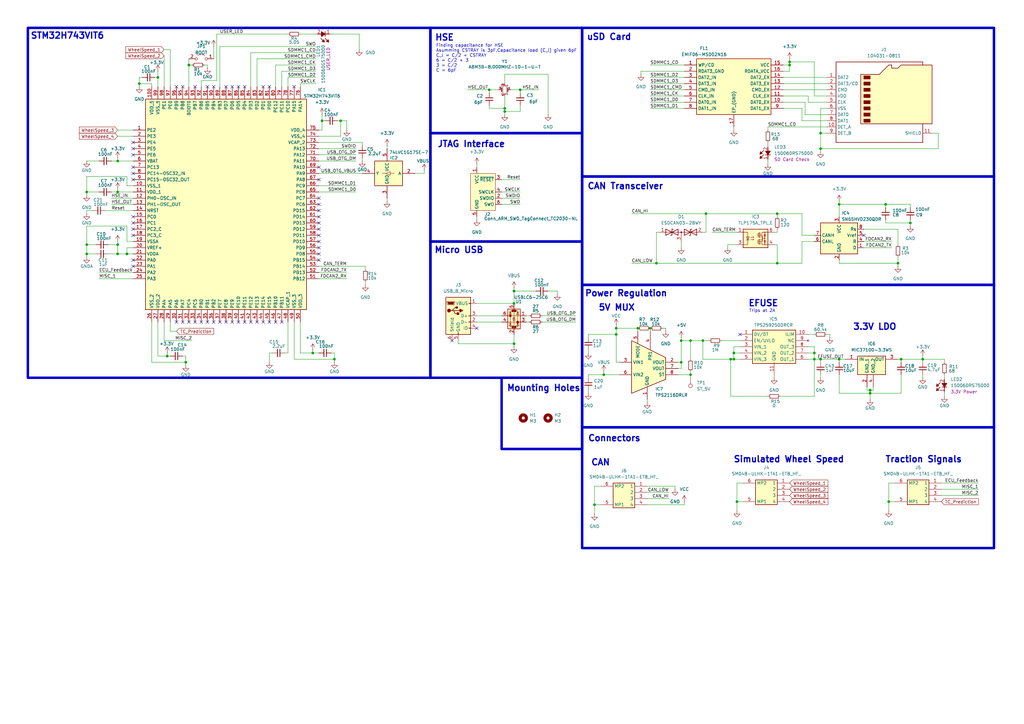
<source format=kicad_sch>
(kicad_sch (version 20250114) (generator "eeschema") (generator_version "9.0")
  (paper "A3")
  (title_block (title "SDM26 Nondimensional Traction Controll Module") (rev "V1.0"))
  (rectangle (start 176.53 54.61) (end 238.76 99.06) (stroke (width 1.016)))
  (rectangle (start 205.74 154.94) (end 238.76 184.15) (stroke (width 1.016)))
  (rectangle (start 176.53 99.06) (end 238.76 154.94) (stroke (width 1.016)))
  (rectangle (start 11.43 11.43) (end 176.53 154.94) (stroke (width 1.016)))
  (rectangle (start 238.76 72.39) (end 407.67 116.84) (stroke (width 1.016)))
  (rectangle (start 238.76 11.43) (end 407.67 72.39) (stroke (width 1.016)))
  (rectangle (start 238.76 116.84) (end 407.67 175.26) (stroke (width 1.016)))
  (rectangle (start 238.76 175.26) (end 407.67 224.79) (stroke (width 1.016)))
  (rectangle (start 176.53 11.43) (end 238.76 54.61) (stroke (width 1.016)))
  (text "HSE" (at 178.308 17.018 0) (effects (font (size 2.54 2.54) (thickness 0.512) (bold yes)) (justify left bottom)))
  (text "Power Regulation" (at 239.776 121.92 0) (effects (font (size 2.54 2.54) (thickness 0.512) (bold yes)) (justify left bottom)))
  (text "Traction Signals" (at 362.966 189.992 0) (effects (font (size 2.54 2.54) (thickness 0.512) (bold yes)) (justify left bottom)))
  (text "EFUSE" (at 306.832 125.984 0) (effects (font (size 2.54 2.54) (thickness 0.512) (bold yes)) (justify left bottom)))
  (text "Mounting Holes" (at 207.772 160.782 0) (effects (font (size 2.56 2.56) (thickness 0.512) (bold yes)) (justify left bottom)))
  (text "Simulated Wheel Speed" (at 300.736 189.992 0) (effects (font (size 2.54 2.54) (thickness 0.512) (bold yes)) (justify left bottom)))
  (text "STM32H743VIT6" (at 12.446 16.256 0) (effects (font (size 2.54 2.54) (thickness 0.512) (bold yes)) (justify left bottom)))
  (text "uSD Card" (at 240.538 16.764 0) (effects (font (size 2.54 2.54) (thickness 0.512) (bold yes)) (justify left bottom)))
  (text "CAN" (at 242.316 191.262 0) (effects (font (size 2.54 2.54) (thickness 0.512) (bold yes)) (justify left bottom)))
  (text "Trips at 2A" (at 318.008 128.27 0) (effects (font (size 1.27 1.27)) (justify right bottom)))
  (text "CAN Transceiver" (at 240.792 77.978 0) (effects (font (size 2.54 2.54) (thickness 0.512) (bold yes)) (justify left bottom)))
  (text "JTAG Interface" (at 179.324 60.706 0) (effects (font (size 2.54 2.54) (thickness 0.512) (bold yes)) (justify left bottom)))
  (text "3.3V LDO" (at 349.758 135.636 0) (effects (font (size 2.54 2.54) (thickness 0.512) (bold yes)) (justify left bottom)))
  (text "5V MUX" (at 245.364 127.762 0) (effects (font (size 2.54 2.54) (thickness 0.512) (bold yes)) (justify left bottom)))
  (text "Finding capacitance for HSE \nAsumming CSTRAY is 3pF,Capacitance load (C_l) given 6pF\nC_l = C/2 + CSTRAY\n6 = C/2 + 3\n3 = C/2\nC = 6pF" (at 178.816 18.034 0) (effects (font (size 1.27 1.27)) (justify left top)))
  (text "Connectors" (at 241.046 181.356 0) (effects (font (size 2.54 2.54) (thickness 0.512) (bold yes)) (justify left bottom)))
  (text "Micro USB" (at 178.054 104.14 0) (effects (font (size 2.54 2.54) (thickness 0.512) (bold yes)) (justify left bottom)))
  (junction (at 132.08 49.53))
  (junction (at 137.16 147.32))
  (junction (at 356.87 160.02))
  (junction (at 64.77 31.75))
  (junction (at 300.99 144.78))
  (junction (at 368.3 107.95))
  (junction (at 364.49 205.74))
  (junction (at 369.57 147.32))
  (junction (at 279.4 148.59))
  (junction (at 336.55 60.96))
  (junction (at 213.36 36.83))
  (junction (at 76.2 148.59))
  (junction (at 139.7 49.53))
  (junction (at 299.72 147.32))
  (junction (at 77.47 26.67))
  (junction (at 128.27 144.78))
  (junction (at 35.56 78.74))
  (junction (at 283.21 139.7))
  (junction (at 48.26 66.04))
  (junction (at 252.73 137.16))
  (junction (at 57.15 34.29))
  (junction (at 302.26 205.74))
  (junction (at 334.01 144.78))
  (junction (at 35.56 100.33))
  (junction (at 48.26 78.74))
  (junction (at 373.38 91.44))
  (junction (at 252.73 134.62))
  (junction (at 207.01 45.72))
  (junction (at 318.77 107.95))
  (junction (at 344.17 147.32))
  (junction (at 300.99 147.32))
  (junction (at 344.17 83.82))
  (junction (at 68.58 146.05))
  (junction (at 318.77 87.63))
  (junction (at 334.01 147.32))
  (junction (at 336.55 147.32))
  (junction (at 200.66 36.83))
  (junction (at 279.4 139.7))
  (junction (at 289.56 87.63))
  (junction (at 35.56 104.14))
  (junction (at 269.24 107.95))
  (junction (at 247.65 153.67))
  (junction (at 210.82 124.46))
  (junction (at 266.7 134.62))
  (junction (at 283.21 153.67))
  (junction (at 210.82 119.38))
  (junction (at 48.26 104.14))
  (junction (at 52.07 104.14))
  (junction (at 48.26 100.33))
  (junction (at 378.46 147.32))
  (junction (at 336.55 54.61))
  (junction (at 363.22 83.82))
  (junction (at 207.01 44.45))
  (junction (at 356.87 161.29))
  (junction (at 323.85 26.67))
  (junction (at 288.29 139.7))
  (junction (at 210.82 140.97))
  (junction (at 243.84 207.01))
  (junction (at 261.62 134.62))
  (junction (at 323.85 25.4))
  (no_connect (at 92.71 132.08))
  (no_connect (at 87.63 35.56))
  (no_connect (at 130.81 104.14))
  (no_connect (at 54.61 96.52))
  (no_connect (at 100.33 35.56))
  (no_connect (at 130.81 81.28))
  (no_connect (at 130.81 88.9))
  (no_connect (at 54.61 88.9))
  (no_connect (at 130.81 96.52))
  (no_connect (at 72.39 35.56))
  (no_connect (at 54.61 73.66))
  (no_connect (at 54.61 71.12))
  (no_connect (at 110.49 132.08))
  (no_connect (at 100.33 132.08))
  (no_connect (at 102.87 132.08))
  (no_connect (at 54.61 60.96))
  (no_connect (at 130.81 99.06))
  (no_connect (at 303.53 137.16))
  (no_connect (at 110.49 35.56))
  (no_connect (at 54.61 58.42))
  (no_connect (at 85.09 132.08))
  (no_connect (at 130.81 91.44))
  (no_connect (at 354.33 96.52))
  (no_connect (at 87.63 132.08))
  (no_connect (at 54.61 68.58))
  (no_connect (at 130.81 86.36))
  (no_connect (at 130.81 83.82))
  (no_connect (at 95.25 35.56))
  (no_connect (at 130.81 68.58))
  (no_connect (at 92.71 35.56))
  (no_connect (at 130.81 106.68))
  (no_connect (at 120.65 35.56))
  (no_connect (at 115.57 132.08))
  (no_connect (at 105.41 132.08))
  (no_connect (at 82.55 132.08))
  (no_connect (at 97.79 132.08))
  (no_connect (at 54.61 91.44))
  (no_connect (at 195.58 134.62))
  (no_connect (at 130.81 93.98))
  (no_connect (at 130.81 73.66))
  (no_connect (at 54.61 109.22))
  (no_connect (at 185.42 139.7))
  (no_connect (at 95.25 132.08))
  (no_connect (at 74.93 132.08))
  (no_connect (at 130.81 101.6))
  (no_connect (at 113.03 132.08))
  (no_connect (at 85.09 35.56))
  (no_connect (at 80.01 35.56))
  (no_connect (at 74.93 35.56))
  (no_connect (at 97.79 35.56))
  (no_connect (at 107.95 35.56))
  (no_connect (at 54.61 63.5))
  (no_connect (at 80.01 132.08))
  (no_connect (at 72.39 132.08))
  (no_connect (at 90.17 132.08))
  (no_connect (at 77.47 132.08))
  (no_connect (at 54.61 106.68))
  (no_connect (at 107.95 132.08))
  (no_connect (at 54.61 93.98))
  (wire (pts (xy 278.13 153.67) (xy 283.21 153.67)))
  (wire (pts (xy 276.86 199.39) (xy 276.86 200.66)))
  (wire (pts (xy 113.03 26.67) (xy 129.54 26.67)))
  (wire (pts (xy 344.17 107.95) (xy 368.3 107.95)))
  (wire (pts (xy 48.26 100.33) (xy 48.26 104.14)))
  (wire (pts (xy 344.17 147.32) (xy 344.17 148.59)))
  (wire (pts (xy 314.96 52.07) (xy 314.96 53.34)))
  (wire (pts (xy 265.43 207.01) (xy 280.67 207.01)))
  (wire (pts (xy 69.85 135.89) (xy 72.39 135.89)))
  (wire (pts (xy 243.84 199.39) (xy 243.84 207.01)))
  (wire (pts (xy 356.87 161.29) (xy 356.87 163.83)))
  (wire (pts (xy 228.6 119.38) (xy 228.6 120.65)))
  (wire (pts (xy 262.89 29.21) (xy 262.89 30.48)))
  (wire (pts (xy 314.96 66.04) (xy 314.96 67.31)))
  (wire (pts (xy 135.89 13.97) (xy 147.32 13.97)))
  (wire (pts (xy 129.54 13.97) (xy 123.19 13.97)))
  (wire (pts (xy 300.99 142.24) (xy 303.53 142.24)))
  (wire (pts (xy 363.22 83.82) (xy 363.22 85.09)))
  (wire (pts (xy 48.26 104.14) (xy 52.07 104.14)))
  (wire (pts (xy 314.96 52.07) (xy 339.09 52.07)))
  (wire (pts (xy 241.3 160.02) (xy 241.3 161.29)))
  (wire (pts (xy 378.46 147.32) (xy 387.35 147.32)))
  (wire (pts (xy 299.72 162.56) (xy 314.96 162.56)))
  (wire (pts (xy 334.01 39.37) (xy 334.01 25.4)))
  (wire (pts (xy 269.24 107.95) (xy 318.77 107.95)))
  (wire (pts (xy 289.56 87.63) (xy 318.77 87.63)))
  (wire (pts (xy 35.56 86.36) (xy 38.1 86.36)))
  (wire (pts (xy 328.93 87.63) (xy 328.93 96.52)))
  (wire (pts (xy 288.29 139.7) (xy 290.83 139.7)))
  (wire (pts (xy 35.56 104.14) (xy 35.56 105.41)))
  (wire (pts (xy 82.55 33.02) (xy 88.9 33.02)))
  (wire (pts (xy 289.56 87.63) (xy 289.56 95.25)))
  (wire (pts (xy 45.72 66.04) (xy 48.26 66.04)))
  (wire (pts (xy 200.66 36.83) (xy 204.47 36.83)))
  (wire (pts (xy 64.77 146.05) (xy 68.58 146.05)))
  (wire (pts (xy 158.75 59.69) (xy 158.75 60.96)))
  (wire (pts (xy 266.7 36.83) (xy 280.67 36.83)))
  (wire (pts (xy 76.2 148.59) (xy 76.2 149.86)))
  (wire (pts (xy 48.26 53.34) (xy 54.61 53.34)))
  (wire (pts (xy 279.4 139.7) (xy 283.21 139.7)))
  (wire (pts (xy 57.15 31.75) (xy 57.15 34.29)))
  (wire (pts (xy 205.74 78.74) (xy 213.36 78.74)))
  (wire (pts (xy 270.51 95.25) (xy 269.24 95.25)))
  (wire (pts (xy 283.21 139.7) (xy 288.29 139.7)))
  (wire (pts (xy 45.72 78.74) (xy 48.26 78.74)))
  (wire (pts (xy 344.17 161.29) (xy 356.87 161.29)))
  (wire (pts (xy 318.77 87.63) (xy 318.77 88.9)))
  (wire (pts (xy 224.79 30.48) (xy 224.79 46.99)))
  (wire (pts (xy 280.67 207.01) (xy 280.67 205.74)))
  (wire (pts (xy 318.77 107.95) (xy 318.77 100.33)))
  (wire (pts (xy 331.47 144.78) (xy 334.01 144.78)))
  (wire (pts (xy 48.26 55.88) (xy 54.61 55.88)))
  (wire (pts (xy 299.72 147.32) (xy 300.99 147.32)))
  (wire (pts (xy 132.08 49.53) (xy 133.35 49.53)))
  (wire (pts (xy 105.41 24.13) (xy 129.54 24.13)))
  (wire (pts (xy 120.65 132.08) (xy 120.65 147.32)))
  (wire (pts (xy 387.35 154.94) (xy 387.35 153.67)))
  (wire (pts (xy 102.87 21.59) (xy 129.54 21.59)))
  (wire (pts (xy 62.23 148.59) (xy 76.2 148.59)))
  (wire (pts (xy 35.56 92.71) (xy 35.56 100.33)))
  (wire (pts (xy 200.66 43.18) (xy 200.66 44.45)))
  (wire (pts (xy 130.81 58.42) (xy 148.59 58.42)))
  (wire (pts (xy 300.99 52.07) (xy 300.99 53.34)))
  (wire (pts (xy 241.3 137.16) (xy 252.73 137.16)))
  (wire (pts (xy 67.31 22.86) (xy 67.31 35.56)))
  (wire (pts (xy 118.11 35.56) (xy 118.11 31.75)))
  (wire (pts (xy 321.31 36.83) (xy 339.09 36.83)))
  (wire (pts (xy 336.55 147.32) (xy 344.17 147.32)))
  (wire (pts (xy 339.09 44.45) (xy 336.55 44.45)))
  (wire (pts (xy 210.82 119.38) (xy 219.71 119.38)))
  (wire (pts (xy 209.55 36.83) (xy 213.36 36.83)))
  (wire (pts (xy 368.3 105.41) (xy 368.3 107.95)))
  (wire (pts (xy 52.07 99.06) (xy 52.07 92.71)))
  (wire (pts (xy 304.8 198.12) (xy 302.26 198.12)))
  (wire (pts (xy 54.61 99.06) (xy 52.07 99.06)))
  (wire (pts (xy 62.23 132.08) (xy 62.23 148.59)))
  (wire (pts (xy 207.01 44.45) (xy 207.01 45.72)))
  (wire (pts (xy 259.08 107.95) (xy 269.24 107.95)))
  (wire (pts (xy 69.85 132.08) (xy 69.85 135.89)))
  (wire (pts (xy 52.07 76.2) (xy 52.07 72.39)))
  (wire (pts (xy 130.81 78.74) (xy 146.05 78.74)))
  (wire (pts (xy 130.81 76.2) (xy 146.05 76.2)))
  (wire (pts (xy 334.01 144.78) (xy 334.01 147.32)))
  (wire (pts (xy 207.01 30.48) (xy 224.79 30.48)))
  (wire (pts (xy 123.19 35.56) (xy 123.19 34.29)))
  (wire (pts (xy 48.26 66.04) (xy 48.26 64.77)))
  (wire (pts (xy 130.81 111.76) (xy 142.24 111.76)))
  (wire (pts (xy 378.46 153.67) (xy 378.46 154.94)))
  (wire (pts (xy 137.16 148.59) (xy 137.16 147.32)))
  (wire (pts (xy 386.08 200.66) (xy 401.32 200.66)))
  (wire (pts (xy 35.56 78.74) (xy 35.56 80.01)))
  (wire (pts (xy 278.13 151.13) (xy 279.4 151.13)))
  (wire (pts (xy 187.96 140.97) (xy 210.82 140.97)))
  (wire (pts (xy 187.96 139.7) (xy 187.96 140.97)))
  (wire (pts (xy 266.7 31.75) (xy 280.67 31.75)))
  (wire (pts (xy 299.72 147.32) (xy 299.72 162.56)))
  (wire (pts (xy 283.21 139.7) (xy 283.21 147.32)))
  (wire (pts (xy 210.82 124.46) (xy 210.82 119.38)))
  (wire (pts (xy 137.16 147.32) (xy 120.65 147.32)))
  (wire (pts (xy 207.01 45.72) (xy 213.36 45.72)))
  (wire (pts (xy 139.7 49.53) (xy 142.24 49.53)))
  (wire (pts (xy 149.86 115.57) (xy 149.86 116.84)))
  (wire (pts (xy 77.47 26.67) (xy 77.47 35.56)))
  (wire (pts (xy 280.67 29.21) (xy 262.89 29.21)))
  (wire (pts (xy 344.17 83.82) (xy 363.22 83.82)))
  (wire (pts (xy 147.32 13.97) (xy 147.32 20.32)))
  (wire (pts (xy 378.46 147.32) (xy 378.46 148.59)))
  (wire (pts (xy 328.93 44.45) (xy 328.93 49.53)))
  (wire (pts (xy 298.45 101.6) (xy 298.45 100.33)))
  (wire (pts (xy 369.57 147.32) (xy 378.46 147.32)))
  (wire (pts (xy 123.19 132.08) (xy 123.19 144.78)))
  (wire (pts (xy 356.87 160.02) (xy 356.87 161.29)))
  (wire (pts (xy 116.84 144.78) (xy 118.11 144.78)))
  (wire (pts (xy 288.29 95.25) (xy 289.56 95.25)))
  (wire (pts (xy 369.57 147.32) (xy 369.57 148.59)))
  (wire (pts (xy 195.58 124.46) (xy 210.82 124.46)))
  (wire (pts (xy 344.17 82.55) (xy 344.17 83.82)))
  (wire (pts (xy 355.6 158.75) (xy 355.6 160.02)))
  (wire (pts (xy 384.81 54.61) (xy 384.81 60.96)))
  (wire (pts (xy 128.27 144.78) (xy 130.81 144.78)))
  (wire (pts (xy 69.85 35.56) (xy 69.85 20.32)))
  (wire (pts (xy 340.36 137.16) (xy 340.36 138.43)))
  (wire (pts (xy 82.55 35.56) (xy 82.55 33.02)))
  (wire (pts (xy 336.55 147.32) (xy 336.55 148.59)))
  (wire (pts (xy 344.17 147.32) (xy 346.71 147.32)))
  (wire (pts (xy 74.93 146.05) (xy 76.2 146.05)))
  (wire (pts (xy 110.49 144.78) (xy 111.76 144.78)))
  (wire (pts (xy 54.61 76.2) (xy 52.07 76.2)))
  (wire (pts (xy 363.22 91.44) (xy 373.38 91.44)))
  (wire (pts (xy 369.57 153.67) (xy 369.57 161.29)))
  (wire (pts (xy 45.72 83.82) (xy 54.61 83.82)))
  (wire (pts (xy 207.01 45.72) (xy 207.01 46.99)))
  (wire (pts (xy 213.36 38.1) (xy 213.36 36.83)))
  (wire (pts (xy 68.58 146.05) (xy 69.85 146.05)))
  (wire (pts (xy 130.81 60.96) (xy 146.05 60.96)))
  (wire (pts (xy 330.2 46.99) (xy 339.09 46.99)))
  (wire (pts (xy 85.09 26.67) (xy 85.09 27.94)))
  (wire (pts (xy 115.57 29.21) (xy 129.54 29.21)))
  (wire (pts (xy 283.21 154.94) (xy 283.21 153.67)))
  (wire (pts (xy 252.73 134.62) (xy 252.73 137.16)))
  (wire (pts (xy 213.36 43.18) (xy 213.36 45.72)))
  (wire (pts (xy 373.38 90.17) (xy 373.38 91.44)))
  (wire (pts (xy 300.99 144.78) (xy 300.99 142.24)))
  (wire (pts (xy 336.55 54.61) (xy 336.55 60.96)))
  (wire (pts (xy 356.87 160.02) (xy 358.14 160.02)))
  (wire (pts (xy 328.93 99.06) (xy 334.01 99.06)))
  (wire (pts (xy 43.18 86.36) (xy 54.61 86.36)))
  (wire (pts (xy 205.74 83.82) (xy 213.36 83.82)))
  (wire (pts (xy 132.08 46.99) (xy 132.08 49.53)))
  (wire (pts (xy 331.47 142.24) (xy 334.01 142.24)))
  (wire (pts (xy 288.29 139.7) (xy 288.29 147.32)))
  (wire (pts (xy 330.2 41.91) (xy 330.2 46.99)))
  (wire (pts (xy 213.36 36.83) (xy 220.98 36.83)))
  (wire (pts (xy 130.81 71.12) (xy 148.59 71.12)))
  (wire (pts (xy 339.09 137.16) (xy 340.36 137.16)))
  (wire (pts (xy 130.81 114.3) (xy 142.24 114.3)))
  (wire (pts (xy 336.55 44.45) (xy 336.55 54.61)))
  (wire (pts (xy 387.35 147.32) (xy 387.35 148.59)))
  (wire (pts (xy 48.26 77.47) (xy 48.26 78.74)))
  (wire (pts (xy 78.74 139.7) (xy 67.31 139.7)))
  (wire (pts (xy 373.38 83.82) (xy 373.38 85.09)))
  (wire (pts (xy 222.25 132.08) (xy 236.22 132.08)))
  (wire (pts (xy 195.58 67.31) (xy 195.58 68.58)))
  (wire (pts (xy 200.66 44.45) (xy 207.01 44.45)))
  (wire (pts (xy 266.7 41.91) (xy 280.67 41.91)))
  (wire (pts (xy 40.64 78.74) (xy 35.56 78.74)))
  (wire (pts (xy 246.38 199.39) (xy 243.84 199.39)))
  (wire (pts (xy 323.85 25.4) (xy 323.85 24.13)))
  (wire (pts (xy 118.11 31.75) (xy 129.54 31.75)))
  (wire (pts (xy 210.82 140.97) (xy 210.82 137.16)))
  (wire (pts (xy 215.9 132.08) (xy 217.17 132.08)))
  (wire (pts (xy 52.07 101.6) (xy 54.61 101.6)))
  (wire (pts (xy 368.3 93.98) (xy 368.3 100.33)))
  (wire (pts (xy 52.07 72.39) (xy 35.56 72.39)))
  (wire (pts (xy 44.45 100.33) (xy 48.26 100.33)))
  (wire (pts (xy 118.11 13.97) (xy 88.9 13.97)))
  (wire (pts (xy 52.07 92.71) (xy 35.56 92.71)))
  (wire (pts (xy 241.3 143.51) (xy 241.3 144.78)))
  (wire (pts (xy 266.7 39.37) (xy 280.67 39.37)))
  (wire (pts (xy 44.45 104.14) (xy 48.26 104.14)))
  (wire (pts (xy 243.84 207.01) (xy 246.38 207.01)))
  (wire (pts (xy 279.4 148.59) (xy 279.4 151.13)))
  (wire (pts (xy 158.75 81.28) (xy 158.75 82.55)))
  (wire (pts (xy 336.55 153.67) (xy 336.55 154.94)))
  (wire (pts (xy 149.86 109.22) (xy 149.86 110.49)))
  (wire (pts (xy 139.7 49.53) (xy 138.43 49.53)))
  (wire (pts (xy 334.01 25.4) (xy 323.85 25.4)))
  (wire (pts (xy 273.05 134.62) (xy 273.05 135.89)))
  (wire (pts (xy 334.01 142.24) (xy 334.01 144.78)))
  (wire (pts (xy 128.27 143.51) (xy 128.27 144.78)))
  (wire (pts (xy 40.64 114.3) (xy 54.61 114.3)))
  (wire (pts (xy 323.85 26.67) (xy 323.85 25.4)))
  (wire (pts (xy 195.58 132.08) (xy 205.74 132.08)))
  (wire (pts (xy 378.46 146.05) (xy 378.46 147.32)))
  (wire (pts (xy 58.42 31.75) (xy 57.15 31.75)))
  (wire (pts (xy 123.19 34.29) (xy 129.54 34.29)))
  (wire (pts (xy 344.17 153.67) (xy 344.17 161.29)))
  (wire (pts (xy 265.43 201.93) (xy 274.32 201.93)))
  (wire (pts (xy 368.3 147.32) (xy 369.57 147.32)))
  (wire (pts (xy 321.31 34.29) (xy 339.09 34.29)))
  (wire (pts (xy 64.77 29.21) (xy 64.77 31.75)))
  (wire (pts (xy 321.31 31.75) (xy 339.09 31.75)))
  (wire (pts (xy 356.87 161.29) (xy 369.57 161.29)))
  (wire (pts (xy 45.72 81.28) (xy 54.61 81.28)))
  (wire (pts (xy 137.16 144.78) (xy 137.16 147.32)))
  (wire (pts (xy 52.07 101.6) (xy 52.07 104.14)))
  (wire (pts (xy 247.65 153.67) (xy 241.3 153.67)))
  (wire (pts (xy 87.63 19.05) (xy 87.63 24.13)))
  (wire (pts (xy 344.17 106.68) (xy 344.17 107.95)))
  (wire (pts (xy 321.31 44.45) (xy 328.93 44.45)))
  (wire (pts (xy 300.99 144.78) (xy 303.53 144.78)))
  (wire (pts (xy 300.99 147.32) (xy 300.99 144.78)))
  (wire (pts (xy 261.62 134.62) (xy 261.62 135.89)))
  (wire (pts (xy 77.47 26.67) (xy 78.74 26.67)))
  (wire (pts (xy 113.03 35.56) (xy 113.03 26.67)))
  (wire (pts (xy 321.31 39.37) (xy 331.47 39.37)))
  (wire (pts (xy 318.77 93.98) (xy 318.77 95.25)))
  (wire (pts (xy 318.77 87.63) (xy 328.93 87.63)))
  (wire (pts (xy 88.9 33.02) (xy 88.9 13.97)))
  (wire (pts (xy 207.01 39.37) (xy 207.01 44.45)))
  (wire (pts (xy 354.33 99.06) (xy 365.76 99.06)))
  (wire (pts (xy 318.77 100.33) (xy 317.5 100.33)))
  (wire (pts (xy 62.23 35.56) (xy 62.23 34.29)))
  (wire (pts (xy 170.18 71.12) (xy 173.99 71.12)))
  (wire (pts (xy 110.49 144.78) (xy 110.49 148.59)))
  (wire (pts (xy 318.77 95.25) (xy 317.5 95.25)))
  (wire (pts (xy 67.31 20.32) (xy 69.85 20.32)))
  (wire (pts (xy 288.29 147.32) (xy 299.72 147.32)))
  (wire (pts (xy 142.24 49.53) (xy 142.24 53.34)))
  (wire (pts (xy 173.99 71.12) (xy 173.99 69.85)))
  (wire (pts (xy 83.82 26.67) (xy 85.09 26.67)))
  (wire (pts (xy 266.7 44.45) (xy 280.67 44.45)))
  (wire (pts (xy 132.08 53.34) (xy 130.81 53.34)))
  (wire (pts (xy 118.11 132.08) (xy 118.11 144.78)))
  (wire (pts (xy 302.26 205.74) (xy 304.8 205.74)))
  (wire (pts (xy 48.26 66.04) (xy 54.61 66.04)))
  (wire (pts (xy 148.59 66.04) (xy 148.59 64.77)))
  (wire (pts (xy 252.73 134.62) (xy 261.62 134.62)))
  (wire (pts (xy 323.85 29.21) (xy 323.85 26.67)))
  (wire (pts (xy 90.17 19.05) (xy 129.54 19.05)))
  (wire (pts (xy 279.4 139.7) (xy 279.4 148.59)))
  (wire (pts (xy 328.93 107.95) (xy 328.93 99.06)))
  (wire (pts (xy 195.58 88.9) (xy 195.58 90.17)))
  (wire (pts (xy 336.55 62.23) (xy 336.55 60.96)))
  (wire (pts (xy 35.56 100.33) (xy 39.37 100.33)))
  (wire (pts (xy 355.6 160.02) (xy 356.87 160.02)))
  (wire (pts (xy 344.17 83.82) (xy 344.17 88.9)))
  (wire (pts (xy 205.74 73.66) (xy 213.36 73.66)))
  (wire (pts (xy 317.5 153.67) (xy 317.5 154.94)))
  (wire (pts (xy 247.65 153.67) (xy 254 153.67)))
  (wire (pts (xy 205.74 81.28) (xy 213.36 81.28)))
  (wire (pts (xy 269.24 95.25) (xy 269.24 107.95)))
  (wire (pts (xy 384.81 60.96) (xy 336.55 60.96)))
  (wire (pts (xy 363.22 83.82) (xy 373.38 83.82)))
  (wire (pts (xy 77.47 24.13) (xy 77.47 26.67)))
  (wire (pts (xy 64.77 31.75) (xy 63.5 31.75)))
  (wire (pts (xy 367.03 198.12) (xy 364.49 198.12)))
  (wire (pts (xy 382.27 54.61) (xy 384.81 54.61)))
  (wire (pts (xy 241.3 153.67) (xy 241.3 154.94)))
  (wire (pts (xy 336.55 54.61) (xy 339.09 54.61)))
  (wire (pts (xy 331.47 137.16) (xy 334.01 137.16)))
  (wire (pts (xy 339.09 39.37) (xy 334.01 39.37)))
  (wire (pts (xy 67.31 139.7) (xy 67.31 132.08)))
  (wire (pts (xy 191.77 36.83) (xy 200.66 36.83)))
  (wire (pts (xy 48.26 78.74) (xy 54.61 78.74)))
  (wire (pts (xy 259.08 87.63) (xy 289.56 87.63)))
  (wire (pts (xy 90.17 35.56) (xy 90.17 19.05)))
  (wire (pts (xy 387.35 162.56) (xy 387.35 161.29)))
  (wire (pts (xy 354.33 93.98) (xy 368.3 93.98)))
  (wire (pts (xy 40.64 66.04) (xy 35.56 66.04)))
  (wire (pts (xy 321.31 41.91) (xy 330.2 41.91)))
  (wire (pts (xy 302.26 198.12) (xy 302.26 205.74)))
  (wire (pts (xy 298.45 100.33) (xy 302.26 100.33)))
  (wire (pts (xy 130.81 55.88) (xy 139.7 55.88)))
  (wire (pts (xy 252.73 133.35) (xy 252.73 134.62)))
  (wire (pts (xy 292.1 95.25) (xy 302.26 95.25)))
  (wire (pts (xy 321.31 26.67) (xy 323.85 26.67)))
  (wire (pts (xy 64.77 31.75) (xy 64.77 35.56)))
  (wire (pts (xy 334.01 147.32) (xy 331.47 147.32)))
  (wire (pts (xy 318.77 107.95) (xy 328.93 107.95)))
  (wire (pts (xy 210.82 140.97) (xy 210.82 142.24)))
  (wire (pts (xy 215.9 129.54) (xy 217.17 129.54)))
  (wire (pts (xy 35.56 104.14) (xy 39.37 104.14)))
  (wire (pts (xy 130.81 109.22) (xy 149.86 109.22)))
  (wire (pts (xy 279.4 138.43) (xy 279.4 139.7)))
  (wire (pts (xy 52.07 104.14) (xy 54.61 104.14)))
  (wire (pts (xy 48.26 99.06) (xy 48.26 100.33)))
  (wire (pts (xy 386.08 203.2) (xy 401.32 203.2)))
  (wire (pts (xy 271.78 134.62) (xy 273.05 134.62)))
  (wire (pts (xy 266.7 26.67) (xy 280.67 26.67)))
  (wire (pts (xy 207.01 30.48) (xy 207.01 34.29)))
  (wire (pts (xy 64.77 146.05) (xy 64.77 132.08)))
  (wire (pts (xy 76.2 146.05) (xy 76.2 148.59)))
  (wire (pts (xy 123.19 144.78) (xy 128.27 144.78)))
  (wire (pts (xy 68.58 144.78) (xy 68.58 146.05)))
  (wire (pts (xy 102.87 35.56) (xy 102.87 21.59)))
  (wire (pts (xy 368.3 107.95) (xy 368.3 109.22)))
  (wire (pts (xy 241.3 137.16) (xy 241.3 138.43)))
  (wire (pts (xy 279.4 99.06) (xy 279.4 101.6)))
  (wire (pts (xy 266.7 134.62) (xy 266.7 135.89)))
  (wire (pts (xy 115.57 35.56) (xy 115.57 29.21)))
  (wire (pts (xy 266.7 34.29) (xy 280.67 34.29)))
  (wire (pts (xy 328.93 49.53) (xy 339.09 49.53)))
  (wire (pts (xy 331.47 41.91) (xy 339.09 41.91)))
  (wire (pts (xy 265.43 199.39) (xy 276.86 199.39)))
  (wire (pts (xy 364.49 205.74) (xy 367.03 205.74)))
  (wire (pts (xy 57.15 34.29) (xy 57.15 35.56)))
  (wire (pts (xy 222.25 129.54) (xy 236.22 129.54)))
  (wire (pts (xy 364.49 205.74) (xy 364.49 209.55)))
  (wire (pts (xy 363.22 90.17) (xy 363.22 91.44)))
  (wire (pts (xy 321.31 29.21) (xy 323.85 29.21)))
  (wire (pts (xy 334.01 147.32) (xy 336.55 147.32)))
  (wire (pts (xy 386.08 198.12) (xy 401.32 198.12)))
  (wire (pts (xy 358.14 158.75) (xy 358.14 160.02)))
  (wire (pts (xy 130.81 66.04) (xy 146.05 66.04)))
  (wire (pts (xy 295.91 139.7) (xy 303.53 139.7)))
  (wire (pts (xy 139.7 49.53) (xy 139.7 55.88)))
  (wire (pts (xy 334.01 162.56) (xy 334.01 147.32)))
  (wire (pts (xy 200.66 38.1) (xy 200.66 36.83)))
  (wire (pts (xy 148.59 58.42) (xy 148.59 59.69)))
  (wire (pts (xy 328.93 96.52) (xy 334.01 96.52)))
  (wire (pts (xy 364.49 198.12) (xy 364.49 205.74)))
  (wire (pts (xy 354.33 101.6) (xy 365.76 101.6)))
  (wire (pts (xy 40.64 111.76) (xy 54.61 111.76)))
  (wire (pts (xy 283.21 153.67) (xy 283.21 152.4)))
  (wire (pts (xy 105.41 35.56) (xy 105.41 24.13)))
  (wire (pts (xy 243.84 207.01) (xy 243.84 210.82)))
  (wire (pts (xy 210.82 118.11) (xy 210.82 119.38)))
  (wire (pts (xy 314.96 58.42) (xy 314.96 59.69)))
  (wire (pts (xy 132.08 53.34) (xy 132.08 49.53)))
  (wire (pts (xy 373.38 92.71) (xy 373.38 91.44)))
  (wire (pts (xy 265.43 163.83) (xy 265.43 165.1)))
  (wire (pts (xy 302.26 205.74) (xy 302.26 209.55)))
  (wire (pts (xy 135.89 144.78) (xy 137.16 144.78)))
  (wire (pts (xy 265.43 204.47) (xy 274.32 204.47)))
  (wire (pts (xy 35.56 72.39) (xy 35.56 78.74)))
  (wire (pts (xy 252.73 148.59) (xy 254 148.59)))
  (wire (pts (xy 320.04 162.56) (xy 334.01 162.56)))
  (wire (pts (xy 195.58 129.54) (xy 205.74 129.54)))
  (wire (pts (xy 224.79 119.38) (xy 228.6 119.38)))
  (wire (pts (xy 130.81 63.5) (xy 146.05 63.5)))
  (wire (pts (xy 35.56 87.63) (xy 35.56 86.36)))
  (wire (pts (xy 331.47 39.37) (xy 331.47 41.91)))
  (wire (pts (xy 35.56 100.33) (xy 35.56 104.14)))
  (wire (pts (xy 57.15 34.29) (xy 62.23 34.29)))
  (wire (pts (xy 278.13 148.59) (xy 279.4 148.59)))
  (wire (pts (xy 252.73 137.16) (xy 252.73 148.59)))
  (wire (pts (xy 247.65 152.4) (xy 247.65 153.67)))
  (wire (pts (xy 300.99 147.32) (xy 303.53 147.32)))
  (label "SDMMC1_D2" (at 129.54 31.75 180))
  (label "Reset" (at 45.72 86.36 0))
  (label "HSE_OUT" (at 45.72 83.82 0))
  (label "SDMMC1_D1" (at 146.05 76.2 180))
  (label "USB_OTG_DP" (at 236.22 129.54 180))
  (label "HSE_IN" (at 45.72 81.28 0))
  (label "HSE_OUT" (at 191.77 36.83 0))
  (label "SWDIO" (at 146.05 60.96 180))
  (label "SDMMC1_D3" (at 129.54 29.21 180))
  (label "FDCAN2_RX" (at 365.76 99.06 180))
  (label "CAN_LOW" (at 259.08 107.95 0))
  (label "USB_OTG_DM" (at 236.22 132.08 180))
  (label "FDCAN2_TX" (at 365.76 101.6 180))
  (label "SDMMC1_D3" (at 266.7 34.29 0))
  (label "SDMMC1_CK" (at 129.54 26.67 180))
  (label "USB_OTG_VBUS" (at 146.05 71.12 180))
  (label "USB_OTG_DP" (at 146.05 63.5 180))
  (label "SWCLK" (at 213.36 78.74 180))
  (label "SDMMC1_CMD" (at 129.54 24.13 180))
  (label "MISC_1" (at 401.32 200.66 180))
  (label "ECU_Feedback" (at 40.64 111.76 0))
  (label "SWO" (at 129.54 19.05 180))
  (label "CAN_HI" (at 274.32 204.47 180))
  (label "SDMMC1_CK" (at 266.7 39.37 0))
  (label "EFUSE_OUT" (at 335.28 147.32 0))
  (label "SWCLK" (at 129.54 34.29 180))
  (label "CAN_HI" (at 259.08 87.63 0))
  (label "FDCAN2_RX" (at 142.24 114.3 180))
  (label "ECU_Feedback" (at 401.32 198.12 180))
  (label "USER_LED" (at 90.17 13.97 0))
  (label "CAN_TERM" (at 292.1 95.25 0))
  (label "Reset" (at 213.36 73.66 180))
  (label "SWDIO" (at 213.36 81.28 180))
  (label "CAN_LOW" (at 274.32 201.93 180))
  (label "HSE_IN" (at 220.98 36.83 180))
  (label "FDCAN2_TX" (at 142.24 111.76 180))
  (label "USB_OTG_DM" (at 146.05 66.04 180))
  (label "SDMMC1_D0" (at 146.05 78.74 180))
  (label "SDMMC1_CMD" (at 266.7 36.83 0))
  (label "CAN_TERM" (at 142.24 109.22 180))
  (label "SDMMC1_CD" (at 314.96 52.07 0))
  (label "SDMMC1_D0" (at 266.7 41.91 0))
  (label "MISC_1" (at 40.64 114.3 0))
  (label "SDMMC1_CD" (at 129.54 21.59 180))
  (label "MISC_2" (at 78.74 139.7 180))
  (label "SDMMC1_D2" (at 266.7 31.75 0))
  (label "SDMMC1_D1" (at 266.7 44.45 0))
  (label "SWO" (at 213.36 83.82 180))
  (label "SDMMC1_CD" (at 266.7 26.67 0))
  (label "MISC_2" (at 401.32 203.2 180))
  (global_label "WheelSpeed_2" (shape input) (at 67.31 22.86 180) (property "Intersheetrefs" "${INTERSHEET_REFS}" (effects (hide yes))))
  (global_label "WheelSpeed_1" (shape input) (at 67.31 20.32 180) (property "Intersheetrefs" "${INTERSHEET_REFS}" (effects (hide yes))))
  (global_label "TC_Prediction" (shape input) (at 386.08 205.74 0) (property "Intersheetrefs" "${INTERSHEET_REFS}" (effects (hide yes))))
  (global_label "WheelSpeed_2" (shape input) (at 323.85 200.66 0) (property "Intersheetrefs" "${INTERSHEET_REFS}" (effects (hide yes))))
  (global_label "WheelSpeed_1" (shape input) (at 323.85 198.12 0) (property "Intersheetrefs" "${INTERSHEET_REFS}" (effects (hide yes))))
  (global_label "WheelSpeed_3" (shape input) (at 48.26 53.34 180) (property "Intersheetrefs" "${INTERSHEET_REFS}" (effects (hide yes))))
  (global_label "WheelSpeed_4" (shape input) (at 323.85 205.74 0) (property "Intersheetrefs" "${INTERSHEET_REFS}" (effects (hide yes))))
  (global_label "WheelSpeed_4" (shape input) (at 48.26 55.88 180) (property "Intersheetrefs" "${INTERSHEET_REFS}" (effects (hide yes))))
  (global_label "WheelSpeed_3" (shape input) (at 323.85 203.2 0) (property "Intersheetrefs" "${INTERSHEET_REFS}" (effects (hide yes))))
  (global_label "TC_Prediction" (shape input) (at 72.39 135.89 0) (property "Intersheetrefs" "${INTERSHEET_REFS}" (effects (hide yes))))
  (symbol (lib_id "power:GND") (at 387.35 162.56 0) (unit 1)
    (property "Reference" "#PWR049" (effects (hide yes)))
    (property "Value" "GND" (at 387.35 166.37 0))
    (property "Description" "Power symbol creates a global label with name \"GND\" , ground" (effects (hide yes)))
  )
  (symbol (lib_id "power:GND") (at 340.36 138.43 0) (unit 1)
    (property "Reference" "#PWR036" (effects (hide yes)))
    (property "Value" "GND" (at 340.36 143.51 0))
    (property "Description" "Power symbol creates a global label with name \"GND\" , ground" (effects (hide yes)))
  )
  (symbol (lib_id "power:GND") (at 224.79 46.99 0) (unit 1)
    (property "Reference" "#PWR09" (effects (hide yes)))
    (property "Value" "GND" (at 224.79 52.07 0))
    (property "Description" "Power symbol creates a global label with name \"GND\" , ground" (effects (hide yes)))
  )
  (symbol (lib_id "Device:C_Small") (at 135.89 49.53 270) (unit 1)
    (property "Reference" "C4" (at 135.636 45.212 90) (effects (justify right)))
    (property "Value" "100nF" (at 138.938 46.99 90) (effects (justify right)))
    (property "Footprint" "Capacitor_SMD:C_0603_1608Metric" (effects (hide yes)))
  )
  (symbol (lib_id "SDM_VOLTAGE_REGULATORS:MIC37100-3.3WS") (at 346.71 148.59 0) (unit 1)
    (property "Reference" "IC6" (at 357.505 140.97 0))
    (property "Value" "MIC37100-3.3WS" (at 357.505 143.51 0))
    (property "Footprint" "SDM_MiscFootprint:SOT230P700X180-4N" (effects (hide yes)))
    (property "Datasheet" "https://datasheet.datasheetarchive.com/originals/dk/DKDS-15/281099.pdf" (effects (hide yes)))
    (property "Description" "LDO Voltage Regulators 1.0A Low Voltage uCap LDO Regulator" (effects (hide yes)))
    (property "Height" "1.8" (effects (hide yes)))
    (property "Mouser Part Number" "998-MIC37100-3.3WS" (effects (hide yes)))
    (property "Mouser Price/Stock" "https://www.mouser.co.uk/ProductDetail/Microchip-Technology/MIC37100-3.3WS?qs=kh6iOki%2FeLGN%252BjivEzt6Eg%3D%3D" (effects (hide yes)))
    (property "Manufacturer_Name" "Microchip" (effects (hide yes)))
    (property "Manufacturer_Part_Number" "MIC37100-3.3WS" (effects (hide yes)))
  )
  (symbol (lib_id "Device:R_Small") (at 336.55 137.16 270) (unit 1)
    (property "Reference" "R8" (at 336.55 133.35 90))
    (property "Value" "60.4k" (at 336.55 135.128 90))
    (property "Footprint" "Resistor_SMD:R_0603_1608Metric" (effects (hide yes)))
  )
  (symbol (lib_id "power:GND") (at 35.56 80.01 0) (unit 1)
    (property "Reference" "#PWR020" (effects (hide yes)))
    (property "Value" "GND" (at 35.56 85.09 0))
    (property "Description" "Power symbol creates a global label with name \"GND\" , ground" (effects (hide yes)))
  )
  (symbol (lib_id "Device:C_Small") (at 241.3 140.97 180) (unit 1)
    (property "Reference" "C13" (at 246.888 139.954 0) (effects (justify left)))
    (property "Value" "1uF" (at 246.888 141.732 0) (effects (justify left)))
    (property "Footprint" "Capacitor_SMD:C_0603_1608Metric" (effects (hide yes)))
  )
  (symbol (lib_id "SDM_LED:150060GS75000") (at 133.35 13.97 180) (unit 1)
    (property "Reference" "LED1" (at 130.556 23.368 90) (effects (justify right)))
    (property "Value" "150060GS75000" (at 132.588 34.29 90) (effects (justify right)))
    (property "Footprint" "SDM_MiscFootprint:LEDC1608X80N" (effects (hide yes)))
    (property "Datasheet" "https://componentsearchengine.com/Datasheets/2/150060GS75000.pdf" (effects (hide yes)))
    (property "Description" "Wurth Elektronik WL-SMCW 520 nm Green LED, 1608 (0603) Clear SMD package" (effects (hide yes)))
    (property "Measure" "USER_LED" (at 134.62 28.956 90) (effects (justify right)))
    (property "Height" "0.8" (effects (hide yes)))
    (property "Mouser Part Number" "710-150060GS75000" (effects (hide yes)))
    (property "Mouser Price/Stock" "https://www.mouser.co.uk/ProductDetail/Wurth-Elektronik/150060GS75000?qs=LlUlMxKIyB0UYkq5lDO8nA%3D%3D" (effects (hide yes)))
    (property "Manufacturer_Name" "Wurth Elektronik" (effects (hide yes)))
    (property "Manufacturer_Part_Number" "150060GS75000" (effects (hide yes)))
  )
  (symbol (lib_id "power:+3.3V") (at 128.27 143.51 0) (unit 1)
    (property "Reference" "#PWR039" (effects (hide yes)))
    (property "Value" "+3.3V" (at 128.27 138.43 0))
    (property "Description" "Power symbol creates a global label with name \"+3.3V\"" (effects (hide yes)))
  )
  (symbol (lib_id "SDM_CONNECTOR:SM04B-ULHK-1TA1-ETB_HF_") (at 386.08 205.74 180) (unit 1)
    (property "Reference" "J5" (at 376.555 191.77 0))
    (property "Value" "SM04B-ULHK-1TA1-ETB_HF_" (at 376.555 194.31 0))
    (property "Footprint" "SDM_MiscFootprint:SM04BULHK1TA1ETBHF" (effects (hide yes)))
    (property "Datasheet" "https://www.jst-mfg.com/product/pdf/eng/eULH.pdf?65dd9a2fd1056" (effects (hide yes)))
    (property "Description" "Automotive Connectors 4P ULH Series 0.50 SMT Side Entry Header Key 1 Tin Black" (effects (hide yes)))
    (property "Height" "3.5" (effects (hide yes)))
    (property "Mouser Part Number" "306-SM4BULH1TA1ETBHF" (effects (hide yes)))
    (property "Mouser Price/Stock" "https://www.mouser.co.uk/ProductDetail/JST-Automotive/SM04B-ULHK-1TA1-ETBHF?qs=T%252BzbugeAwjhMN2sH8j2Cng%3D%3D" (effects (hide yes)))
    (property "Manufacturer_Name" "JST (JAPAN SOLDERLESS TERMINALS)" (effects (hide yes)))
    (property "Manufacturer_Part_Number" "SM04B-ULHK-1TA1-ETB(HF)" (effects (hide yes)))
  )
  (symbol (lib_id "Device:C_Small") (at 43.18 66.04 270) (unit 1)
    (property "Reference" "C6" (at 43.942 61.468 90) (effects (justify right)))
    (property "Value" "100nF" (at 46.2473 63.246 90) (effects (justify right)))
    (property "Footprint" "Capacitor_SMD:C_0603_1608Metric" (effects (hide yes)))
  )
  (symbol (lib_id "power:GND") (at 262.89 30.48 0) (unit 1)
    (property "Reference" "#PWR05" (effects (hide yes)))
    (property "Value" "GND" (at 262.89 35.56 0))
    (property "Description" "Power symbol creates a global label with name \"GND\" , ground" (effects (hide yes)))
  )
  (symbol (lib_name "ABM3B-8.000MHZ-10-1-U-T_1") (lib_id "SDM_CRYSTAL_HSE:ABM3B-8.000MHZ-10-1-U-T") (at 207.01 36.83 180) (unit 1)
    (property "Reference" "Y1" (at 207.01 25.146 0))
    (property "Value" "ABM3B-8.000MHZ-10-1-U-T" (at 207.01 27.432 0))
    (property "Footprint" "SDM_MiscFootprint:ABM3B" (effects (hide yes)))
    (property "Datasheet" "https://abracon.com/Resonators/abm3b.pdf" (effects (hide yes)))
    (property "Description" "8 MHz +/-10ppm Crystal 10pF 200 Ohms 4-SMD, No Lead" (effects (hide yes)))
    (property "Height" "1.1" (effects (hide yes)))
    (property "Mouser Part Number" "815-ABM3B8MHZ101UT" (effects (hide yes)))
    (property "Mouser Price/Stock" "https://www.mouser.co.uk/ProductDetail/ABRACON/ABM3B-8.000MHZ-10-1-U-T?qs=axzvp2Rdp5%252B1td01iPkwcw%3D%3D" (effects (hide yes)))
    (property "Manufacturer_Name" "ABRACON" (effects (hide yes)))
    (property "Manufacturer_Part_Number" "ABM3B-8.000MHZ-10-1-U-T" (effects (hide yes)))
  )
  (symbol (lib_id "power:GND") (at 57.15 35.56 0) (unit 1)
    (property "Reference" "#PWR06" (effects (hide yes)))
    (property "Value" "GND" (at 57.15 40.64 0))
    (property "Description" "Power symbol creates a global label with name \"GND\" , ground" (effects (hide yes)))
  )
  (symbol (lib_id "SDM_USD:104031-0811") (at 359.41 40.64 0) (unit 1)
    (property "Reference" "J1" (at 362.585 20.32 0))
    (property "Value" "104031-0811" (at 362.585 22.86 0))
    (property "Footprint" "SDM_MiscFootprint:1040310811" (effects (hide yes)))
    (property "Datasheet" "http://www.molex.com/webdocs/datasheets/pdf/en-us/1040310811_MEMORY_CARD_SOCKET.pdf" (effects (hide yes)))
    (property "Description" "microSD 1.10mm SMT push-pull memory card microSD 1.10mm SMT push-pull memory card" (effects (hide yes)))
    (property "Height" "1.42" (effects (hide yes)))
    (property "Mouser Part Number" "538-104031-0811" (effects (hide yes)))
    (property "Mouser Price/Stock" "https://www.mouser.co.uk/ProductDetail/Molex/104031-0811?qs=udsGRKD4nA3Tvy7wqky%252BuA%3D%3D" (effects (hide yes)))
    (property "Manufacturer_Name" "Molex" (effects (hide yes)))
    (property "Manufacturer_Part_Number" "104031-0811" (effects (hide yes)))
  )
  (symbol (lib_id "SDM_MICRO_CONTROLLER:STM32H743VIT6") (at 54.61 53.34 0) (unit 1)
    (property "Reference" "IC1" (at 132.08 36.83 0))
    (property "Value" "STM32H743VIT6" (at 132.08 39.37 0))
    (property "Footprint" "SDM_MiscFootprint:QFP50P1600X1600X160-100L" (effects (hide yes)))
    (property "Datasheet" "https://www.st.com/resource/en/datasheet/stm32h743vi.pdf" (effects (hide yes)))
    (property "Description" "ARM Microcontrollers - MCU High-performance and DSP with DP-FPU, ARM Cortex-M7 MCU with 2MBytes Flash, 1MB RAM, 400 MHz CPU, Art Accelerator, L1 cache, external memory interface, large set of peripherals" (effects (hide yes)))
    (property "Height" "1.6" (effects (hide yes)))
    (property "Mouser Part Number" "511-STM32H743VIT6" (effects (hide yes)))
    (property "Mouser Price/Stock" "https://www.mouser.co.uk/ProductDetail/STMicroelectronics/STM32H743VIT6?qs=FNcb6ahWXRw0Me5k2ZHgWw%3D%3D" (effects (hide yes)))
    (property "Manufacturer_Name" "STMicroelectronics" (effects (hide yes)))
    (property "Manufacturer_Part_Number" "STM32H743VIT6" (effects (hide yes)))
  )
  (symbol (lib_id "power:GND") (at 210.82 142.24 0) (unit 1)
    (property "Reference" "#PWR037" (effects (hide yes)))
    (property "Value" "GND" (at 210.82 147.32 0))
    (property "Description" "Power symbol creates a global label with name \"GND\" , ground" (effects (hide yes)))
  )
  (symbol (lib_id "power:GND") (at 265.43 165.1 0) (unit 1)
    (property "Reference" "#PWR051" (effects (hide yes)))
    (property "Value" "GND" (at 265.43 168.91 0))
    (property "Description" "Power symbol creates a global label with name \"GND\" , ground" (effects (hide yes)))
  )
  (symbol (lib_id "SDM_LED:150060RS75000") (at 314.96 66.04 90) (unit 1)
    (property "Reference" "LED3" (at 317.5 60.3249 90) (effects (justify right)))
    (property "Value" "150060RS75000" (at 317.5 62.8649 90) (effects (justify right)))
    (property "Footprint" "SDM_MiscFootprint:LEDC1608X80N" (effects (hide yes)))
    (property "Datasheet" "https://www.we-online.com/components/products/datasheet/150060RS75000.pdf" (effects (hide yes)))
    (property "Description" "WURTH ELEKTRONIK - 150060RS75000 - LED, 0603, RED, 250MCD, 625NM" (effects (hide yes)))
    (property "Measure" "SD Card Check" (at 317.5 65.4049 90) (effects (justify right)))
    (property "Height" "0.8" (effects (hide yes)))
    (property "Mouser Part Number" "710-150060RS75000" (effects (hide yes)))
    (property "Mouser Price/Stock" "https://www.mouser.co.uk/ProductDetail/Wurth-Elektronik/150060RS75000?qs=LlUlMxKIyB3QnmZ3fw%2FVCA%3D%3D" (effects (hide yes)))
    (property "Manufacturer_Name" "Wurth Elektronik" (effects (hide yes)))
    (property "Manufacturer_Part_Number" "150060RS75000" (effects (hide yes)))
  )
  (symbol (lib_id "power:VBUS") (at 173.99 69.85 0) (unit 1)
    (property "Reference" "#PWR018" (effects (hide yes)))
    (property "Value" "VBUS" (at 173.482 66.04 0))
    (property "Description" "Power symbol creates a global label with name \"VBUS\"" (effects (hide yes)))
  )
  (symbol (lib_id "Device:R_Small") (at 219.71 129.54 90) (unit 1)
    (property "Reference" "R5" (at 219.71 127.508 90))
    (property "Value" "27" (at 219.71 125.73 90))
    (property "Footprint" "Resistor_SMD:R_0603_1608Metric" (effects (hide yes)))
  )
  (symbol (lib_id "power:GND") (at 147.32 20.32 0) (unit 1)
    (property "Reference" "#PWR060" (effects (hide yes)))
    (property "Value" "GND" (at 149.86 21.5899 0) (effects (justify left)))
    (property "Description" "Power symbol creates a global label with name \"GND\" , ground" (effects (hide yes)))
  )
  (symbol (lib_id "power:GND") (at 373.38 92.71 0) (unit 1)
    (property "Reference" "#PWR024" (effects (hide yes)))
    (property "Value" "GND" (at 373.38 97.79 0))
    (property "Description" "Power symbol creates a global label with name \"GND\" , ground" (effects (hide yes)))
  )
  (symbol (lib_id "Device:R_Small") (at 368.3 102.87 0) (mirror x) (unit 1)
    (property "Reference" "R3" (at 371.348 101.854 0))
    (property "Value" "10k" (at 371.348 103.632 0))
    (property "Footprint" "Resistor_SMD:R_0603_1608Metric" (effects (hide yes)))
  )
  (symbol (lib_id "power:GND") (at 142.24 53.34 0) (unit 1)
    (property "Reference" "#PWR010" (effects (hide yes)))
    (property "Value" "GND" (at 142.24 57.15 0))
    (property "Description" "Power symbol creates a global label with name \"GND\" , ground" (effects (hide yes)))
  )
  (symbol (lib_id "Device:C_Small") (at 41.91 104.14 90) (unit 1)
    (property "Reference" "C11" (at 44.196 106.68 90) (effects (justify left)))
    (property "Value" "1uF" (at 44.196 108.458 90) (effects (justify left)))
    (property "Footprint" "Capacitor_SMD:C_0603_1608Metric" (effects (hide yes)))
  )
  (symbol (lib_id "power:GND") (at 298.45 101.6 0) (unit 1)
    (property "Reference" "#PWR027" (effects (hide yes)))
    (property "Value" "GND" (at 298.45 106.68 0))
    (property "Description" "Power symbol creates a global label with name \"GND\" , ground" (effects (hide yes)))
  )
  (symbol (lib_id "Mechanical:MountingHole") (at 224.79 171.45 0) (unit 1)
    (property "Reference" "H2" (at 227.33 170.18 0) (effects (justify left)))
    (property "Value" "M3" (at 227.33 172.72 0) (effects (justify left)))
    (property "Footprint" "MountingHole:MountingHole_3.2mm_M3" (effects (hide yes)))
  )
  (symbol (lib_id "power:GND") (at 314.96 67.31 0) (unit 1)
    (property "Reference" "#PWR057" (effects (hide yes)))
    (property "Value" "GND" (at 314.96 71.12 0))
    (property "Description" "Power symbol creates a global label with name \"GND\" , ground" (effects (hide yes)))
  )
  (symbol (lib_id "Device:R_Small") (at 81.28 26.67 270) (unit 1)
    (property "Reference" "R1" (at 80.899 28.575 90))
    (property "Value" "10k" (at 81.28 30.226 90))
    (property "Footprint" "Resistor_SMD:R_0603_1608Metric" (effects (hide yes)))
  )
  (symbol (lib_id "power:+3.3V") (at 323.85 24.13 0) (unit 1)
    (property "Reference" "#PWR02" (effects (hide yes)))
    (property "Value" "+3.3V" (at 323.85 19.05 0))
    (property "Description" "Power symbol creates a global label with name \"+3.3V\"" (effects (hide yes)))
  )
  (symbol (lib_id "Device:R_Small") (at 264.16 134.62 90) (unit 1)
    (property "Reference" "R7" (at 263.398 131.064 90))
    (property "Value" "10k" (at 263.906 132.842 90))
    (property "Footprint" "Resistor_SMD:R_0603_1608Metric" (effects (hide yes)))
  )
  (symbol (lib_id "power:+3.3V") (at 344.17 82.55 0) (unit 1)
    (property "Reference" "#PWR022" (effects (hide yes)))
    (property "Value" "+3.3V" (at 344.17 77.47 0))
    (property "Description" "Power symbol creates a global label with name \"+3.3V\"" (effects (hide yes)))
  )
  (symbol (lib_id "Mechanical:MountingHole") (at 214.63 171.45 0) (unit 1)
    (property "Reference" "H1" (at 217.17 170.18 0) (effects (justify left)))
    (property "Value" "M3" (at 217.17 172.72 0) (effects (justify left)))
    (property "Footprint" "MountingHole:MountingHole_3.2mm_M3" (effects (hide yes)))
  )
  (symbol (lib_id "Device:R_Small") (at 387.35 151.13 0) (mirror y) (unit 1)
    (property "Reference" "R11" (at 391.16 150.368 0))
    (property "Value" "68" (at 390.398 152.146 0))
    (property "Footprint" "Resistor_SMD:R_0603_1608Metric" (effects (hide yes)))
  )
  (symbol (lib_id "SDM_CONNECTOR:SM04B-ULHK-1TA1-ETB_HF_") (at 265.43 207.01 180) (unit 1)
    (property "Reference" "J6" (at 255.905 193.04 0))
    (property "Value" "SM04B-ULHK-1TA1-ETB_HF_" (at 255.905 195.58 0))
    (property "Footprint" "SDM_MiscFootprint:SM04BULHK1TA1ETBHF" (effects (hide yes)))
    (property "Datasheet" "https://www.jst-mfg.com/product/pdf/eng/eULH.pdf?65dd9a2fd1056" (effects (hide yes)))
    (property "Description" "Automotive Connectors 4P ULH Series 0.50 SMT Side Entry Header Key 1 Tin Black" (effects (hide yes)))
    (property "Height" "3.5" (effects (hide yes)))
    (property "Mouser Part Number" "306-SM4BULH1TA1ETBHF" (effects (hide yes)))
    (property "Mouser Price/Stock" "https://www.mouser.co.uk/ProductDetail/JST-Automotive/SM04B-ULHK-1TA1-ETBHF?qs=T%252BzbugeAwjhMN2sH8j2Cng%3D%3D" (effects (hide yes)))
    (property "Manufacturer_Name" "JST (JAPAN SOLDERLESS TERMINALS)" (effects (hide yes)))
    (property "Manufacturer_Part_Number" "SM04B-ULHK-1TA1-ETB(HF)" (effects (hide yes)))
  )
  (symbol (lib_id "Jumper:Jumper_2_Open") (at 82.55 24.13 0) (mirror y) (unit 1)
    (property "Reference" "JP1" (at 82.55 19.05 0))
    (property "Value" "BOOT" (at 82.55 21.59 0))
    (property "Footprint" "Connector_PinHeader_2.54mm:PinHeader_1x02_P2.54mm_Vertical" (effects (hide yes)))
  )
  (symbol (lib_id "power:GND") (at 302.26 209.55 0) (unit 1)
    (property "Reference" "#PWR054" (effects (hide yes)))
    (property "Value" "GND" (at 302.26 214.63 0))
    (property "Description" "Power symbol creates a global label with name \"GND\" , ground" (effects (hide yes)))
  )
  (symbol (lib_id "Device:R_Small") (at 219.71 132.08 270) (unit 1)
    (property "Reference" "R6" (at 219.71 134.112 90))
    (property "Value" "27" (at 219.71 135.89 90))
    (property "Footprint" "Resistor_SMD:R_0603_1608Metric" (effects (hide yes)))
  )
  (symbol (lib_id "power:+3.3V") (at 64.77 29.21 0) (unit 1)
    (property "Reference" "#PWR04" (effects (hide yes)))
    (property "Value" "+3.3V" (at 64.262 25.654 0))
    (property "Description" "Power symbol creates a global label with name \"+3.3V\"" (effects (hide yes)))
  )
  (symbol (lib_id "Device:C_Small") (at 344.17 151.13 180) (unit 1)
    (property "Reference" "C17" (at 347.726 150.114 0))
    (property "Value" "10uF" (at 348.234 151.892 0))
    (property "Footprint" "Capacitor_SMD:C_0603_1608Metric" (effects (hide yes)))
  )
  (symbol (lib_id "power:VCC") (at 252.73 133.35 0) (unit 1)
    (property "Reference" "#PWR033" (effects (hide yes)))
    (property "Value" "VCC" (at 252.73 129.54 0))
    (property "Description" "Power symbol creates a global label with name \"VCC\"" (effects (hide yes)))
  )
  (symbol (lib_id "Device:R_Small") (at 314.96 55.88 0) (mirror y) (unit 1)
    (property "Reference" "R13" (at 318.008 55.118 0))
    (property "Value" "68" (at 318.008 56.896 0))
    (property "Footprint" "Resistor_SMD:R_0603_1608Metric" (effects (hide yes)))
  )
  (symbol (lib_id "power:GND") (at 35.56 87.63 0) (unit 1)
    (property "Reference" "#PWR058" (effects (hide yes)))
    (property "Value" "GND" (at 35.56 91.44 0))
    (property "Description" "Power symbol creates a global label with name \"GND\" , ground" (effects (hide yes)))
  )
  (symbol (lib_id "power:+3.3V") (at 195.58 67.31 0) (unit 1)
    (property "Reference" "#PWR017" (effects (hide yes)))
    (property "Value" "+3.3V" (at 195.58 62.23 0))
    (property "Description" "Power symbol creates a global label with name \"+3.3V\"" (effects (hide yes)))
  )
  (symbol (lib_id "power:VCC") (at 280.67 205.74 0) (unit 1)
    (property "Reference" "#PWR052" (effects (hide yes)))
    (property "Value" "VCC" (at 280.67 200.66 0))
    (property "Description" "Power symbol creates a global label with name \"VCC\"" (effects (hide yes)))
  )
  (symbol (lib_id "Device:R_Small") (at 283.21 149.86 0) (unit 1)
    (property "Reference" "R10" (at 286.512 148.844 0))
    (property "Value" "10k" (at 286.258 150.622 0))
    (property "Footprint" "Resistor_SMD:R_0603_1608Metric" (effects (hide yes)))
  )
  (symbol (lib_id "power:GND") (at 149.86 116.84 0) (unit 1)
    (property "Reference" "#PWR059" (effects (hide yes)))
    (property "Value" "GND" (at 149.86 121.92 0))
    (property "Description" "Power symbol creates a global label with name \"GND\" , ground" (effects (hide yes)))
  )
  (symbol (lib_id "power:+3.3V") (at 378.46 146.05 0) (unit 1)
    (property "Reference" "#PWR041" (effects (hide yes)))
    (property "Value" "+3.3V" (at 378.46 142.24 0))
    (property "Description" "Power symbol creates a global label with name \"+3.3V\"" (effects (hide yes)))
  )
  (symbol (lib_id "power:GND") (at 85.09 27.94 0) (mirror y) (unit 1)
    (property "Reference" "#PWR03" (effects (hide yes)))
    (property "Value" "GND" (at 85.09 31.496 0))
    (property "Description" "Power symbol creates a global label with name \"GND\" , ground" (effects (hide yes)))
  )
  (symbol (lib_id "SDM_CONNECTOR:SM04B-ULHK-1TA1-ETB_HF_") (at 323.85 205.74 180) (unit 1)
    (property "Reference" "J4" (at 314.325 191.77 0))
    (property "Value" "SM04B-ULHK-1TA1-ETB_HF_" (at 314.325 194.31 0))
    (property "Footprint" "SDM_MiscFootprint:SM04BULHK1TA1ETBHF" (effects (hide yes)))
    (property "Datasheet" "https://www.jst-mfg.com/product/pdf/eng/eULH.pdf?65dd9a2fd1056" (effects (hide yes)))
    (property "Description" "Automotive Connectors 4P ULH Series 0.50 SMT Side Entry Header Key 1 Tin Black" (effects (hide yes)))
    (property "Height" "3.5" (effects (hide yes)))
    (property "Mouser Part Number" "306-SM4BULH1TA1ETBHF" (effects (hide yes)))
    (property "Mouser Price/Stock" "https://www.mouser.co.uk/ProductDetail/JST-Automotive/SM04B-ULHK-1TA1-ETBHF?qs=T%252BzbugeAwjhMN2sH8j2Cng%3D%3D" (effects (hide yes)))
    (property "Manufacturer_Name" "JST (JAPAN SOLDERLESS TERMINALS)" (effects (hide yes)))
    (property "Manufacturer_Part_Number" "SM04B-ULHK-1TA1-ETB(HF)" (effects (hide yes)))
  )
  (symbol (lib_id "Device:C_Small") (at 363.22 87.63 0) (mirror y) (unit 1)
    (property "Reference" "C8" (at 366.014 88.138 0) (effects (justify right)))
    (property "Value" "100nF" (at 366.014 86.36 0) (effects (justify right)))
    (property "Footprint" "Capacitor_SMD:C_0603_1608Metric" (effects (hide yes)))
  )
  (symbol (lib_id "Device:C_Small") (at 213.36 40.64 0) (mirror x) (unit 1)
    (property "Reference" "C3" (at 218.694 39.116 0) (effects (justify right)))
    (property "Value" "6pF" (at 220.726 41.656 0) (effects (justify right)))
    (property "Footprint" "Capacitor_SMD:C_0603_1608Metric" (effects (hide yes)))
  )
  (symbol (lib_id "power:+3.3V") (at 48.26 64.77 0) (unit 1)
    (property "Reference" "#PWR014" (effects (hide yes)))
    (property "Value" "+3.3V" (at 48.26 60.96 0))
    (property "Description" "Power symbol creates a global label with name \"+3.3V\"" (effects (hide yes)))
  )
  (symbol (lib_id "power:VBUS") (at 210.82 118.11 0) (unit 1)
    (property "Reference" "#PWR031" (effects (hide yes)))
    (property "Value" "VBUS" (at 210.82 113.03 0))
    (property "Description" "Power symbol creates a global label with name \"VBUS\"" (effects (hide yes)))
  )
  (symbol (lib_id "Device:C_Small") (at 373.38 87.63 0) (mirror y) (unit 1)
    (property "Reference" "C9" (at 375.666 88.138 0) (effects (justify right)))
    (property "Value" "100nF" (at 375.412 85.852 0) (effects (justify right)))
    (property "Footprint" "Capacitor_SMD:C_0603_1608Metric" (effects (hide yes)))
  )
  (symbol (lib_id "SDM_LOGIC:TPS2116DRLR") (at 264.16 151.13 0) (unit 1)
    (property "Reference" "IC7" (at 268.732 159.512 0) (effects (justify left)))
    (property "Value" "TPS2116DRLR" (at 268.732 162.052 0) (effects (justify left)))
    (property "Footprint" "SDM_MiscFootprint:SOTFL50P160X60-8L" (effects (hide yes)))
    (property "Datasheet" "https://www.ti.com/lit/gpn/tps2116" (effects (hide yes)))
    (property "Description" "d" (effects (hide yes)))
    (property "Height" "0.6" (effects (hide yes)))
    (property "Mouser Part Number" "595-TPS2116DRLR" (effects (hide yes)))
    (property "Mouser Price/Stock" "https://www.mouser.co.uk/ProductDetail/Texas-Instruments/TPS2116DRLR?qs=aP1CjGhiNiGo3XAyXcVPaQ%3D%3D" (effects (hide yes)))
    (property "Manufacturer_Name" "Texas Instruments" (effects (hide yes)))
    (property "Manufacturer_Part_Number" "TPS2116DRLR" (effects (hide yes)))
  )
  (symbol (lib_id "power:+3.3V") (at 48.26 77.47 0) (unit 1)
    (property "Reference" "#PWR019" (effects (hide yes)))
    (property "Value" "+3.3V" (at 48.26 73.66 0))
    (property "Description" "Power symbol creates a global label with name \"+3.3V\"" (effects (hide yes)))
  )
  (symbol (lib_id "SDM_LOGIC:74LVC1G17SE-7") (at 158.75 71.12 0) (mirror y) (unit 1)
    (property "Reference" "IC2" (at 161.544 64.77 0))
    (property "Value" "74LVC1G17SE-7" (at 167.64 62.484 0))
    (property "Footprint" "SDM_MiscFootprint:SOT65P210X110-5L" (effects (hide yes)))
    (property "Datasheet" "https://www.diodes.com//assets/Datasheets/74LVC1G17.pdf" (effects (hide yes)))
    (property "Description" "DiodesZetex 74LVC1G17SE-7, Buffer, Push-Pull, Non-Inverting, 1.65  5.5 V, 5-Pin SOT-353" (effects (hide yes)))
    (property "Height" "1.1" (effects (hide yes)))
    (property "Mouser Part Number" "621-74LVC1G17SE-7" (effects (hide yes)))
    (property "Mouser Price/Stock" "https://www.mouser.co.uk/ProductDetail/Diodes-Incorporated/74LVC1G17SE-7?qs=FRHfhEBFk1dzIcstjqNcyA%3D%3D" (effects (hide yes)))
    (property "Manufacturer_Name" "Diodes Incorporated" (effects (hide yes)))
    (property "Manufacturer_Part_Number" "74LVC1G17SE-7" (effects (hide yes)))
  )
  (symbol (lib_id "power:GND") (at 241.3 161.29 0) (unit 1)
    (property "Reference" "#PWR048" (effects (hide yes)))
    (property "Value" "GND" (at 241.3 166.37 0))
    (property "Description" "Power symbol creates a global label with name \"GND\" , ground" (effects (hide yes)))
  )
  (symbol (lib_id "Device:C_Small") (at 200.66 40.64 0) (mirror y) (unit 1)
    (property "Reference" "C2" (at 198.12 39.37 0) (effects (justify left)))
    (property "Value" "6pF" (at 198.12 41.91 0) (effects (justify left)))
    (property "Footprint" "Capacitor_SMD:C_0603_1608Metric" (effects (hide yes)))
  )
  (symbol (lib_id "Device:R_Small") (at 317.5 162.56 90) (unit 1)
    (property "Reference" "R15" (at 318.008 164.592 90))
    (property "Value" "0" (at 317.5 166.37 90))
    (property "Footprint" "Resistor_SMD:R_0603_1608Metric" (effects (hide yes)))
  )
  (symbol (lib_id "SDM_EFUSE:TPS259250DRCR") (at 303.53 137.16 0) (unit 1)
    (property "Reference" "IC5" (at 317.246 130.81 0))
    (property "Value" "TPS259250DRCR" (at 317.246 133.35 0))
    (property "Footprint" "SDM_MiscFootprint:SON50P300X300X100-11L-D" (effects (hide yes)))
    (property "Datasheet" "http://www.ti.com/lit/gpn/tps25925" (effects (hide yes)))
    (property "Description" "5V, 5A, 30m eFuse with Adjustable +/-15% Accurate Current Limit" (effects (hide yes)))
    (property "Height" "1" (effects (hide yes)))
    (property "Mouser Part Number" "595-TPS259250DRCR" (effects (hide yes)))
    (property "Mouser Price/Stock" "https://www.mouser.co.uk/ProductDetail/Texas-Instruments/TPS259250DRCR?qs=rBWM4%252BvDhIeFy%2FS41XVtgA%3D%3D" (effects (hide yes)))
    (property "Manufacturer_Name" "Texas Instruments" (effects (hide yes)))
    (property "Manufacturer_Part_Number" "TPS259250DRCR" (effects (hide yes)))
  )
  (symbol (lib_id "Device:C_Small") (at 114.3 144.78 270) (unit 1)
    (property "Reference" "C15" (at 114.3 140.208 90) (effects (justify right)))
    (property "Value" "2.2uF" (at 117.094 141.986 90) (effects (justify right)))
    (property "Footprint" "Capacitor_SMD:C_0603_1608Metric" (effects (hide yes)))
  )
  (symbol (lib_id "power:+3.3V") (at 48.26 99.06 0) (unit 1)
    (property "Reference" "#PWR025" (effects (hide yes)))
    (property "Value" "+3.3V" (at 48.26 93.98 0))
    (property "Description" "Power symbol creates a global label with name \"+3.3V\"" (effects (hide yes)))
  )
  (symbol (lib_id "SDM_LED:150060RS75000") (at 387.35 161.29 90) (unit 1)
    (property "Reference" "LED2" (at 389.89 155.5749 90) (effects (justify right)))
    (property "Value" "150060RS75000" (at 389.89 158.1149 90) (effects (justify right)))
    (property "Footprint" "SDM_MiscFootprint:LEDC1608X80N" (effects (hide yes)))
    (property "Datasheet" "https://www.we-online.com/components/products/datasheet/150060RS75000.pdf" (effects (hide yes)))
    (property "Description" "WURTH ELEKTRONIK - 150060RS75000 - LED, 0603, RED, 250MCD, 625NM" (effects (hide yes)))
    (property "Measure" "3.3V Power" (at 389.89 160.6549 90) (effects (justify right)))
    (property "Height" "0.8" (effects (hide yes)))
    (property "Mouser Part Number" "710-150060RS75000" (effects (hide yes)))
    (property "Mouser Price/Stock" "https://www.mouser.co.uk/ProductDetail/Wurth-Elektronik/150060RS75000?qs=LlUlMxKIyB3QnmZ3fw%2FVCA%3D%3D" (effects (hide yes)))
    (property "Manufacturer_Name" "Wurth Elektronik" (effects (hide yes)))
    (property "Manufacturer_Part_Number" "150060RS75000" (effects (hide yes)))
  )
  (symbol (lib_id "Device:C_Small") (at 222.25 119.38 270) (unit 1)
    (property "Reference" "C12" (at 223.012 115.062 90) (effects (justify right)))
    (property "Value" "100nF" (at 225.298 116.84 90) (effects (justify right)))
    (property "Footprint" "Capacitor_SMD:C_0603_1608Metric" (effects (hide yes)))
  )
  (symbol (lib_id "SDM_ESD:ESDCAN03-2BWY") (at 279.4 95.25 0) (unit 1)
    (property "Reference" "D1" (at 279.4 88.9 0))
    (property "Value" "ESDCAN03-2BWY" (at 279.4 91.44 0))
    (property "Footprint" "SDM_MiscFootprint:SOT65P210X110-3N" (effects (hide yes)))
    (property "Datasheet" "https://www.mouser.de/datasheet/2/389/esdcan02-2bwy-954689.pdf" (effects (hide yes)))
    (property "Description" "ESD Suppressors / TVS Diodes Automotive dual-line Transil, Transient voltage suppressor (TVS) for CAN bus" (effects (hide yes)))
    (property "Height" "1.1" (effects (hide yes)))
    (property "Mouser Part Number" "511-ESDCAN03-2BWY" (effects (hide yes)))
    (property "Mouser Price/Stock" "https://www.mouser.co.uk/ProductDetail/STMicroelectronics/ESDCAN03-2BWY?qs=FqY30PPN9V2iiokjuqa22Q%3D%3D" (effects (hide yes)))
    (property "Manufacturer_Name" "STMicroelectronics" (effects (hide yes)))
    (property "Manufacturer_Part_Number" "ESDCAN03-2BWY" (effects (hide yes)))
  )
  (symbol (lib_id "power:GND") (at 76.2 149.86 0) (unit 1)
    (property "Reference" "#PWR042" (effects (hide yes)))
    (property "Value" "GND" (at 76.2 153.67 0))
    (property "Description" "Power symbol creates a global label with name \"GND\" , ground" (effects (hide yes)))
  )
  (symbol (lib_id "Device:C_Small") (at 72.39 146.05 270) (unit 1)
    (property "Reference" "C14" (at 76.708 141.478 90) (effects (justify right)))
    (property "Value" "100nF" (at 75.946 143.256 90) (effects (justify right)))
    (property "Footprint" "Capacitor_SMD:C_0603_1608Metric" (effects (hide yes)))
  )
  (symbol (lib_id "power:GND") (at 368.3 109.22 0) (unit 1)
    (property "Reference" "#PWR029" (effects (hide yes)))
    (property "Value" "GND" (at 368.3 114.3 0))
    (property "Description" "Power symbol creates a global label with name \"GND\" , ground" (effects (hide yes)))
  )
  (symbol (lib_id "Device:C_Small") (at 148.59 62.23 180) (unit 1)
    (property "Reference" "C5" (at 153.162 61.214 0) (effects (justify left)))
    (property "Value" "2.2uF" (at 156.464 62.992 0) (effects (justify left)))
    (property "Footprint" "Capacitor_SMD:C_0603_1608Metric" (effects (hide yes)))
  )
  (symbol (lib_id "power:GND") (at 243.84 210.82 0) (unit 1)
    (property "Reference" "#PWR056" (effects (hide yes)))
    (property "Value" "GND" (at 243.84 215.9 0))
    (property "Description" "Power symbol creates a global label with name \"GND\" , ground" (effects (hide yes)))
  )
  (symbol (lib_id "Device:C_Small") (at 60.96 31.75 270) (unit 1)
    (property "Reference" "C1" (at 61.722 27.432 90) (effects (justify right)))
    (property "Value" "100nF" (at 64.008 29.21 90) (effects (justify right)))
    (property "Footprint" "Capacitor_SMD:C_0603_1608Metric" (effects (hide yes)))
  )
  (symbol (lib_id "SDM_USD:EMIF06-MSD02N16") (at 300.99 34.29 0) (unit 1)
    (property "Reference" "FL1" (at 288.798 19.812 0))
    (property "Value" "EMIF06-MSD02N16" (at 288.798 22.352 0))
    (property "Footprint" "SDM_MiscFootprint:EMIF06MSD02N16" (effects (hide yes)))
    (property "Datasheet" "http://www.st.com/content/ccc/resource/technical/document/datasheet/a7/86/d3/98/2c/7f/4b/d2/CD00217829.pdf/files/CD00217829.pdf/jcr:content/translations/en.CD00217829.pdf" (effects (hide yes)))
    (property "Description" "6-Line EMI filter&ESD for SD card uQFN16 STMicroelectronics EMIF06-MSD02N16, EMI Filter & ESD Protector" (effects (hide yes)))
    (property "Height" "0" (effects (hide yes)))
    (property "Mouser Part Number" "511-EMIF06-MSD02N16" (effects (hide yes)))
    (property "Mouser Price/Stock" "https://www.mouser.co.uk/ProductDetail/STMicroelectronics/EMIF06-MSD02N16?qs=1CGoW%2F3pMwpSqVuN8kmN4Q%3D%3D" (effects (hide yes)))
    (property "Manufacturer_Name" "STMicroelectronics" (effects (hide yes)))
    (property "Manufacturer_Part_Number" "EMIF06-MSD02N16" (effects (hide yes)))
  )
  (symbol (lib_id "SDM_JTAG:Conn_ARM_SWD_TagConnect_TC2030-NL") (at 198.12 78.74 0) (unit 1) (in_bom no)
    (property "Reference" "J2" (at 201.168 87.884 0) (effects (justify right)))
    (property "Value" "Conn_ARM_SWD_TagConnect_TC2030-NL" (at 236.982 89.662 0) (effects (justify right)))
    (property "Footprint" "SDM_MiscFootprint:Tag-Connect_TC2030-IDC-NL_2x03_P1.27mm_Vertical" (effects (hide yes)))
    (property "Datasheet" "https://www.tag-connect.com/wp-content/uploads/bsk-pdf-manager/TC2030-CTX_1.pdf" (effects (hide yes)))
    (property "Description" "Tag-Connect ARM Cortex SWD JTAG connector, 6 pin, no legs" (effects (hide yes)))
  )
  (symbol (lib_id "Device:R_Small") (at 318.77 91.44 0) (mirror x) (unit 1)
    (property "Reference" "R2" (at 320.04 90.424 0) (effects (justify left)))
    (property "Value" "120" (at 320.04 92.202 0) (effects (justify left)))
    (property "Footprint" "Resistor_SMD:R_0603_1608Metric" (effects (hide yes)))
  )
  (symbol (lib_id "SDM_CAN:SN65HVD230QDR") (at 344.17 97.79 0) (unit 1)
    (property "Reference" "IC4" (at 345.186 87.376 0) (effects (justify left)))
    (property "Value" "SN65HVD230QDR" (at 345.186 89.916 0) (effects (justify left)))
    (property "Footprint" "SDM_MiscFootprint:SOIC127P600X175-8L" (effects (hide yes)))
    (property "Datasheet" "http://www.ti.com/lit/gpn/SN65HVD230Q" (effects (hide yes)))
    (property "Description" "3.3-V CAN Transceiver with Standby Mode" (effects (hide yes)))
    (property "Height" "1.75" (effects (hide yes)))
    (property "Mouser Part Number" "595-SN65HVD230QDR" (effects (hide yes)))
    (property "Mouser Price/Stock" "https://www.mouser.co.uk/ProductDetail/Texas-Instruments/SN65HVD230QDR?qs=QViXGNcIEAvSeznLG41lqg%3D%3D" (effects (hide yes)))
    (property "Manufacturer_Name" "Texas Instruments" (effects (hide yes)))
    (property "Manufacturer_Part_Number" "SN65HVD230QDR" (effects (hide yes)))
  )
  (symbol (lib_id "power:GND") (at 336.55 62.23 0) (unit 1)
    (property "Reference" "#PWR013" (effects (hide yes)))
    (property "Value" "GND" (at 336.55 67.31 0))
    (property "Description" "Power symbol creates a global label with name \"GND\" , ground" (effects (hide yes)))
  )
  (symbol (lib_id "power:+3.3V") (at 68.58 144.78 0) (unit 1)
    (property "Reference" "#PWR038" (effects (hide yes)))
    (property "Value" "+3.3V" (at 68.326 140.97 0))
    (property "Description" "Power symbol creates a global label with name \"+3.3V\"" (effects (hide yes)))
  )
  (symbol (lib_id "power:GND") (at 378.46 154.94 0) (unit 1)
    (property "Reference" "#PWR047" (effects (hide yes)))
    (property "Value" "GND" (at 378.46 158.75 0))
    (property "Description" "Power symbol creates a global label with name \"GND\" , ground" (effects (hide yes)))
  )
  (symbol (lib_id "power:GND") (at 276.86 200.66 0) (unit 1)
    (property "Reference" "#PWR053" (effects (hide yes)))
    (property "Value" "GND" (at 276.86 205.74 0))
    (property "Description" "Power symbol creates a global label with name \"GND\" , ground" (effects (hide yes)))
  )
  (symbol (lib_id "power:GND") (at 317.5 154.94 0) (unit 1)
    (property "Reference" "#PWR046" (effects (hide yes)))
    (property "Value" "GND" (at 317.5 160.02 0))
    (property "Description" "Power symbol creates a global label with name \"GND\" , ground" (effects (hide yes)))
  )
  (symbol (lib_id "power:GND") (at 228.6 120.65 0) (unit 1)
    (property "Reference" "#PWR032" (effects (hide yes)))
    (property "Value" "GND" (at 228.6 125.73 0))
    (property "Description" "Power symbol creates a global label with name \"GND\" , ground" (effects (hide yes)))
  )
  (symbol (lib_id "Device:C_Small") (at 41.91 100.33 270) (unit 1)
    (property "Reference" "C10" (at 43.434 96.012 90) (effects (justify right)))
    (property "Value" "100nF" (at 45.72 97.79 90) (effects (justify right)))
    (property "Footprint" "Capacitor_SMD:C_0603_1608Metric" (effects (hide yes)))
  )
  (symbol (lib_id "power:GND") (at 35.56 66.04 0) (unit 1)
    (property "Reference" "#PWR016" (effects (hide yes)))
    (property "Value" "GND" (at 35.56 69.85 0))
    (property "Description" "Power symbol creates a global label with name \"GND\" , ground" (effects (hide yes)))
  )
  (symbol (lib_id "power:GND") (at 241.3 144.78 0) (unit 1)
    (property "Reference" "#PWR040" (effects (hide yes)))
    (property "Value" "GND" (at 241.3 149.86 0))
    (property "Description" "Power symbol creates a global label with name \"GND\" , ground" (effects (hide yes)))
  )
  (symbol (lib_id "Device:C_Small") (at 43.18 78.74 270) (unit 1)
    (property "Reference" "C7" (at 43.942 74.168 90) (effects (justify right)))
    (property "Value" "100nF" (at 46.2473 75.946 90) (effects (justify right)))
    (property "Footprint" "Capacitor_SMD:C_0603_1608Metric" (effects (hide yes)))
  )
  (symbol (lib_id "power:+3.3V") (at 87.63 19.05 0) (mirror y) (unit 1)
    (property "Reference" "#PWR01" (effects (hide yes)))
    (property "Value" "+3.3V" (at 83.312 17.526 0))
    (property "Description" "Power symbol creates a global label with name \"+3.3V\"" (effects (hide yes)))
  )
  (symbol (lib_id "power:GND") (at 148.59 66.04 0) (unit 1)
    (property "Reference" "#PWR015" (effects (hide yes)))
    (property "Value" "GND" (at 148.59 69.596 0))
    (property "Description" "Power symbol creates a global label with name \"GND\" , ground" (effects (hide yes)))
  )
  (symbol (lib_id "power:GND") (at 336.55 154.94 0) (unit 1)
    (property "Reference" "#PWR061" (effects (hide yes)))
    (property "Value" "GND" (at 336.55 160.02 0))
    (property "Description" "Power symbol creates a global label with name \"GND\" , ground" (effects (hide yes)))
  )
  (symbol (lib_id "SDM_OPTOCOUPLERS:TLP175A_TPL,E") (at 302.26 97.79 0) (unit 1)
    (property "Reference" "IC3" (at 309.88 88.9 0))
    (property "Value" "TLP175A_TPL,E" (at 309.88 91.44 0))
    (property "Footprint" "SDM_MiscFootprint:TLP266J" (effects (hide yes)))
    (property "Datasheet" "http://toshiba.semicon-storage.com/info/docget.jsp?did=13665&prodName=TLP175A" (effects (hide yes)))
    (property "Description" "MOSFET Output Optocouplers Trigger LED Current 1mA85dC3750 Vrms" (effects (hide yes)))
    (property "Height" "2" (effects (hide yes)))
    (property "Mouser Part Number" "757-TLP175A(TPLE" (effects (hide yes)))
    (property "Mouser Price/Stock" "https://www.mouser.co.uk/ProductDetail/Toshiba/TLP175ATPLE?qs=HVbQlW5zcXXp9ILK7hvmMw%3D%3D" (effects (hide yes)))
    (property "Manufacturer_Name" "Toshiba" (effects (hide yes)))
    (property "Manufacturer_Part_Number" "TLP175A(TPL,E" (effects (hide yes)))
  )
  (symbol (lib_id "Device:C_Small") (at 241.3 157.48 0) (unit 1)
    (property "Reference" "C20" (at 243.586 156.21 0) (effects (justify left)))
    (property "Value" "1uF" (at 243.586 158.75 0) (effects (justify left)))
    (property "Footprint" "Capacitor_SMD:C_0603_1608Metric" (effects (hide yes)))
  )
  (symbol (lib_id "power:+3.3V") (at 158.75 59.69 0) (unit 1)
    (property "Reference" "#PWR012" (effects (hide yes)))
    (property "Value" "+3.3V" (at 158.75 54.61 0))
    (property "Description" "Power symbol creates a global label with name \"+3.3V\"" (effects (hide yes)))
  )
  (symbol (lib_id "Device:R_Small") (at 149.86 113.03 180) (unit 1)
    (property "Reference" "R14" (at 152.654 112.268 0))
    (property "Value" "10k" (at 152.654 114.046 0))
    (property "Footprint" "Resistor_SMD:R_0603_1608Metric" (effects (hide yes)))
  )
  (symbol (lib_id "Connector:TestPoint") (at 283.21 154.94 180) (unit 1)
    (property "Reference" "TP1" (at 285.75 156.9719 0) (effects (justify right)))
    (property "Value" "ST_5V" (at 285.75 159.5119 0) (effects (justify right)))
    (property "Footprint" "TestPoint:TestPoint_Pad_1.5x1.5mm" (effects (hide yes)))
    (property "Description" "test point" (effects (hide yes)))
  )
  (symbol (lib_id "Device:C_Small") (at 133.35 144.78 270) (unit 1)
    (property "Reference" "C16" (at 133.35 140.208 90) (effects (justify right)))
    (property "Value" "100nF" (at 136.906 141.986 90) (effects (justify right)))
    (property "Footprint" "Capacitor_SMD:C_0603_1608Metric" (effects (hide yes)))
  )
  (symbol (lib_id "Device:C_Small") (at 40.64 86.36 270) (unit 1)
    (property "Reference" "C21" (at 42.164 82.042 90) (effects (justify right)))
    (property "Value" "100nF" (at 44.45 83.82 90) (effects (justify right)))
    (property "Footprint" "Capacitor_SMD:C_0603_1608Metric" (effects (hide yes)))
  )
  (symbol (lib_id "power:GND") (at 356.87 163.83 0) (unit 1)
    (property "Reference" "#PWR050" (effects (hide yes)))
    (property "Value" "GND" (at 356.87 167.386 0))
    (property "Description" "Power symbol creates a global label with name \"GND\" , ground" (effects (hide yes)))
  )
  (symbol (lib_id "power:+5V") (at 279.4 138.43 0) (unit 1)
    (property "Reference" "#PWR035" (effects (hide yes)))
    (property "Value" "+5V" (at 279.4 133.35 0))
    (property "Description" "Power symbol creates a global label with name \"+5V\"" (effects (hide yes)))
  )
  (symbol (lib_id "power:VBUS") (at 247.65 152.4 0) (unit 1)
    (property "Reference" "#PWR045" (effects (hide yes)))
    (property "Value" "VBUS" (at 247.65 148.59 0))
    (property "Description" "Power symbol creates a global label with name \"VBUS\"" (effects (hide yes)))
  )
  (symbol (lib_id "power:GNDA") (at 35.56 105.41 0) (unit 1)
    (property "Reference" "#PWR028" (effects (hide yes)))
    (property "Value" "GNDA" (at 35.56 109.22 0))
    (property "Description" "Power symbol creates a global label with name \"GNDA\" , analog ground" (effects (hide yes)))
  )
  (symbol (lib_id "power:GND") (at 207.01 46.99 0) (unit 1)
    (property "Reference" "#PWR08" (effects (hide yes)))
    (property "Value" "GND" (at 207.01 52.07 0))
    (property "Description" "Power symbol creates a global label with name \"GND\" , ground" (effects (hide yes)))
  )
  (symbol (lib_id "Connector:USB_B_Micro") (at 187.96 129.54 0) (unit 1)
    (property "Reference" "J3" (at 187.96 116.84 0))
    (property "Value" "USB_B_Micro" (at 187.96 119.38 0))
    (property "Footprint" "Connector_USB:USB_Micro-B_Molex-105017-0001" (effects (hide yes)))
    (property "Description" "USB Micro Type B connector" (effects (hide yes)))
  )
  (symbol (lib_id "Device:R_Small") (at 293.37 139.7 90) (unit 1)
    (property "Reference" "R9" (at 293.878 141.732 90))
    (property "Value" "1M" (at 293.37 143.51 90))
    (property "Footprint" "Resistor_SMD:R_0603_1608Metric" (effects (hide yes)))
  )
  (symbol (lib_id "power:GND") (at 137.16 148.59 0) (unit 1)
    (property "Reference" "#PWR044" (effects (hide yes)))
    (property "Value" "GND" (at 137.16 152.4 0))
    (property "Description" "Power symbol creates a global label with name \"GND\" , ground" (effects (hide yes)))
  )
  (symbol (lib_id "power:GND") (at 273.05 135.89 0) (unit 1)
    (property "Reference" "#PWR034" (effects (hide yes)))
    (property "Value" "GND" (at 273.05 140.97 0))
    (property "Description" "Power symbol creates a global label with name \"GND\" , ground" (effects (hide yes)))
  )
  (symbol (lib_id "Device:R_Small") (at 120.65 13.97 90) (unit 1)
    (property "Reference" "R4" (at 120.65 15.748 90))
    (property "Value" "5.05" (at 120.65 17.272 90))
    (property "Footprint" "Resistor_SMD:R_0603_1608Metric" (effects (hide yes)))
  )
  (symbol (lib_id "power:GND") (at 110.49 148.59 0) (unit 1)
    (property "Reference" "#PWR043" (effects (hide yes)))
    (property "Value" "GND" (at 110.49 152.4 0))
    (property "Description" "Power symbol creates a global label with name \"GND\" , ground" (effects (hide yes)))
  )
  (symbol (lib_id "Power_Protection:USBLC6-2SC6") (at 210.82 129.54 0) (unit 1)
    (property "Reference" "U1" (at 211.328 123.698 0) (effects (justify left)))
    (property "Value" "USBLC6-2SC6" (at 210.82 121.92 0) (effects (justify left)))
    (property "Footprint" "Package_TO_SOT_SMD:SOT-23-6" (effects (hide yes)))
    (property "Datasheet" "https://www.st.com/resource/en/datasheet/usblc6-2.pdf" (effects (hide yes)))
    (property "Description" "Very low capacitance ESD protection diode, 2 data-line, SOT-23-6" (effects (hide yes)))
  )
  (symbol (lib_id "power:+3.3V") (at 132.08 46.99 0) (unit 1)
    (property "Reference" "#PWR07" (effects (hide yes)))
    (property "Value" "+3.3V" (at 132.08 41.91 0))
    (property "Description" "Power symbol creates a global label with name \"+3.3V\"" (effects (hide yes)))
  )
  (symbol (lib_id "Device:C_Small") (at 336.55 151.13 0) (unit 1)
    (property "Reference" "C43" (at 338.328 150.114 0) (effects (justify left)))
    (property "Value" "1uF" (at 338.582 151.892 0) (effects (justify left)))
    (property "Footprint" "Capacitor_SMD:C_0603_1608Metric" (effects (hide yes)))
  )
  (symbol (lib_id "power:GND") (at 158.75 82.55 0) (unit 1)
    (property "Reference" "#PWR021" (effects (hide yes)))
    (property "Value" "GND" (at 158.75 87.63 0))
    (property "Description" "Power symbol creates a global label with name \"GND\" , ground" (effects (hide yes)))
  )
  (symbol (lib_id "power:GND") (at 279.4 101.6 0) (unit 1)
    (property "Reference" "#PWR026" (effects (hide yes)))
    (property "Value" "GND" (at 279.4 106.68 0))
    (property "Description" "Power symbol creates a global label with name \"GND\" , ground" (effects (hide yes)))
  )
  (symbol (lib_id "Device:R_Small") (at 269.24 134.62 90) (unit 1)
    (property "Reference" "R12" (at 268.478 131.064 90))
    (property "Value" "10k" (at 268.986 132.842 90))
    (property "Footprint" "Resistor_SMD:R_0603_1608Metric" (effects (hide yes)))
  )
  (symbol (lib_id "Device:C_Small") (at 378.46 151.13 180) (unit 1)
    (property "Reference" "C19" (at 382.27 149.86 0))
    (property "Value" "4.7uF" (at 383.032 151.638 0))
    (property "Footprint" "Capacitor_SMD:C_0603_1608Metric" (effects (hide yes)))
  )
  (symbol (lib_id "power:GND") (at 195.58 90.17 0) (unit 1)
    (property "Reference" "#PWR023" (effects (hide yes)))
    (property "Value" "GND" (at 195.58 95.25 0))
    (property "Description" "Power symbol creates a global label with name \"GND\" , ground" (effects (hide yes)))
  )
  (symbol (lib_id "power:GND") (at 300.99 53.34 0) (unit 1)
    (property "Reference" "#PWR011" (effects (hide yes)))
    (property "Value" "GND" (at 300.99 58.42 0))
    (property "Description" "Power symbol creates a global label with name \"GND\" , ground" (effects (hide yes)))
  )
  (symbol (lib_id "Device:C_Small") (at 369.57 151.13 180) (unit 1)
    (property "Reference" "C18" (at 373.126 150.114 0))
    (property "Value" "10uF" (at 373.634 151.892 0))
    (property "Footprint" "Capacitor_SMD:C_0603_1608Metric" (effects (hide yes)))
  )
  (symbol (lib_id "power:GND") (at 364.49 209.55 0) (unit 1)
    (property "Reference" "#PWR055" (effects (hide yes)))
    (property "Value" "GND" (at 364.49 214.63 0))
    (property "Description" "Power symbol creates a global label with name \"GND\" , ground" (effects (hide yes)))
  )
)
</source>
